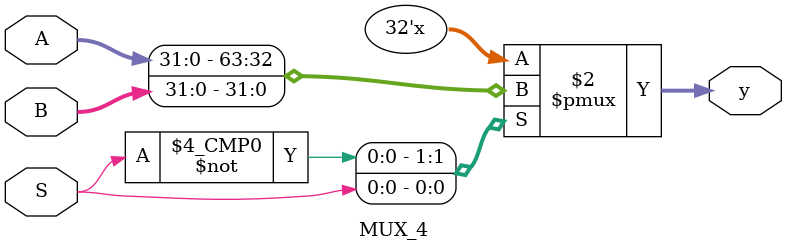
<source format=v>
`timescale 1ns/1ns

module MUX_1 (
    input [3:0]A,
    input [3:0]B,
    input S,
    output reg[3:0]y 
);

always @*
begin
    case (S)
        1'b0:
        begin
           y = A; 
        end 

        2'b1:
        begin
            y = B;
        end
    endcase     
end

endmodule

//MUX de entrada de Banco de Registros
module MUX_2 (
    input [31:0]A,
    input [31:0]B,
    input S,
    output reg[31:0]y 
);

always @*
begin
    case (S)
        1'b0:
        begin
           y = A; 
        end 

        2'b1:
        begin
            y = B;
        end
    endcase     
end

endmodule

//MUX de entrada del Add_1
module MUX_3 (
    input [31:0]A,
    input [31:0]B,
    input S,
    output reg[31:0]y 
);

always @*
begin
    case (S)
        1'b0:
        begin
           y = A; 
        end 

        2'b1:
        begin
            y = B;
        end
    endcase     
end

endmodule

//MUX de entrada de la Data Memory
module MUX_4 (
    input [31:0]A,
    input [31:0]B,
    input S,
    output reg[31:0]y 
);

always @*
begin
    case (S)
        1'b0:
        begin
           y = A; 
        end 

        2'b1:
        begin
            y = B;
        end
    endcase     
end

endmodule

</source>
